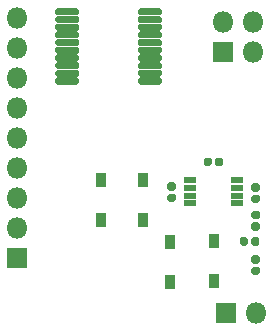
<source format=gbr>
%TF.GenerationSoftware,KiCad,Pcbnew,(5.1.6)-1*%
%TF.CreationDate,2020-09-22T22:17:54+03:00*%
%TF.ProjectId,Tape devboard,54617065-2064-4657-9662-6f6172642e6b,rev?*%
%TF.SameCoordinates,Original*%
%TF.FileFunction,Soldermask,Top*%
%TF.FilePolarity,Negative*%
%FSLAX46Y46*%
G04 Gerber Fmt 4.6, Leading zero omitted, Abs format (unit mm)*
G04 Created by KiCad (PCBNEW (5.1.6)-1) date 2020-09-22 22:17:54*
%MOMM*%
%LPD*%
G01*
G04 APERTURE LIST*
%ADD10O,1.800000X1.800000*%
%ADD11R,1.800000X1.800000*%
%ADD12R,1.050000X0.550000*%
%ADD13R,0.850000X1.300000*%
G04 APERTURE END LIST*
%TO.C,U10*%
G36*
G01*
X131151000Y-72409000D02*
X131151000Y-72109000D01*
G75*
G02*
X131301000Y-71959000I150000J0D01*
G01*
X133001000Y-71959000D01*
G75*
G02*
X133151000Y-72109000I0J-150000D01*
G01*
X133151000Y-72409000D01*
G75*
G02*
X133001000Y-72559000I-150000J0D01*
G01*
X131301000Y-72559000D01*
G75*
G02*
X131151000Y-72409000I0J150000D01*
G01*
G37*
G36*
G01*
X131151000Y-73059000D02*
X131151000Y-72759000D01*
G75*
G02*
X131301000Y-72609000I150000J0D01*
G01*
X133001000Y-72609000D01*
G75*
G02*
X133151000Y-72759000I0J-150000D01*
G01*
X133151000Y-73059000D01*
G75*
G02*
X133001000Y-73209000I-150000J0D01*
G01*
X131301000Y-73209000D01*
G75*
G02*
X131151000Y-73059000I0J150000D01*
G01*
G37*
G36*
G01*
X131151000Y-73709000D02*
X131151000Y-73409000D01*
G75*
G02*
X131301000Y-73259000I150000J0D01*
G01*
X133001000Y-73259000D01*
G75*
G02*
X133151000Y-73409000I0J-150000D01*
G01*
X133151000Y-73709000D01*
G75*
G02*
X133001000Y-73859000I-150000J0D01*
G01*
X131301000Y-73859000D01*
G75*
G02*
X131151000Y-73709000I0J150000D01*
G01*
G37*
G36*
G01*
X131151000Y-74359000D02*
X131151000Y-74059000D01*
G75*
G02*
X131301000Y-73909000I150000J0D01*
G01*
X133001000Y-73909000D01*
G75*
G02*
X133151000Y-74059000I0J-150000D01*
G01*
X133151000Y-74359000D01*
G75*
G02*
X133001000Y-74509000I-150000J0D01*
G01*
X131301000Y-74509000D01*
G75*
G02*
X131151000Y-74359000I0J150000D01*
G01*
G37*
G36*
G01*
X131151000Y-75009000D02*
X131151000Y-74709000D01*
G75*
G02*
X131301000Y-74559000I150000J0D01*
G01*
X133001000Y-74559000D01*
G75*
G02*
X133151000Y-74709000I0J-150000D01*
G01*
X133151000Y-75009000D01*
G75*
G02*
X133001000Y-75159000I-150000J0D01*
G01*
X131301000Y-75159000D01*
G75*
G02*
X131151000Y-75009000I0J150000D01*
G01*
G37*
G36*
G01*
X131151000Y-75659000D02*
X131151000Y-75359000D01*
G75*
G02*
X131301000Y-75209000I150000J0D01*
G01*
X133001000Y-75209000D01*
G75*
G02*
X133151000Y-75359000I0J-150000D01*
G01*
X133151000Y-75659000D01*
G75*
G02*
X133001000Y-75809000I-150000J0D01*
G01*
X131301000Y-75809000D01*
G75*
G02*
X131151000Y-75659000I0J150000D01*
G01*
G37*
G36*
G01*
X131151000Y-76309000D02*
X131151000Y-76009000D01*
G75*
G02*
X131301000Y-75859000I150000J0D01*
G01*
X133001000Y-75859000D01*
G75*
G02*
X133151000Y-76009000I0J-150000D01*
G01*
X133151000Y-76309000D01*
G75*
G02*
X133001000Y-76459000I-150000J0D01*
G01*
X131301000Y-76459000D01*
G75*
G02*
X131151000Y-76309000I0J150000D01*
G01*
G37*
G36*
G01*
X131151000Y-76959000D02*
X131151000Y-76659000D01*
G75*
G02*
X131301000Y-76509000I150000J0D01*
G01*
X133001000Y-76509000D01*
G75*
G02*
X133151000Y-76659000I0J-150000D01*
G01*
X133151000Y-76959000D01*
G75*
G02*
X133001000Y-77109000I-150000J0D01*
G01*
X131301000Y-77109000D01*
G75*
G02*
X131151000Y-76959000I0J150000D01*
G01*
G37*
G36*
G01*
X131151000Y-77609000D02*
X131151000Y-77309000D01*
G75*
G02*
X131301000Y-77159000I150000J0D01*
G01*
X133001000Y-77159000D01*
G75*
G02*
X133151000Y-77309000I0J-150000D01*
G01*
X133151000Y-77609000D01*
G75*
G02*
X133001000Y-77759000I-150000J0D01*
G01*
X131301000Y-77759000D01*
G75*
G02*
X131151000Y-77609000I0J150000D01*
G01*
G37*
G36*
G01*
X131151000Y-78259000D02*
X131151000Y-77959000D01*
G75*
G02*
X131301000Y-77809000I150000J0D01*
G01*
X133001000Y-77809000D01*
G75*
G02*
X133151000Y-77959000I0J-150000D01*
G01*
X133151000Y-78259000D01*
G75*
G02*
X133001000Y-78409000I-150000J0D01*
G01*
X131301000Y-78409000D01*
G75*
G02*
X131151000Y-78259000I0J150000D01*
G01*
G37*
G36*
G01*
X124151000Y-78259000D02*
X124151000Y-77959000D01*
G75*
G02*
X124301000Y-77809000I150000J0D01*
G01*
X126001000Y-77809000D01*
G75*
G02*
X126151000Y-77959000I0J-150000D01*
G01*
X126151000Y-78259000D01*
G75*
G02*
X126001000Y-78409000I-150000J0D01*
G01*
X124301000Y-78409000D01*
G75*
G02*
X124151000Y-78259000I0J150000D01*
G01*
G37*
G36*
G01*
X124151000Y-77609000D02*
X124151000Y-77309000D01*
G75*
G02*
X124301000Y-77159000I150000J0D01*
G01*
X126001000Y-77159000D01*
G75*
G02*
X126151000Y-77309000I0J-150000D01*
G01*
X126151000Y-77609000D01*
G75*
G02*
X126001000Y-77759000I-150000J0D01*
G01*
X124301000Y-77759000D01*
G75*
G02*
X124151000Y-77609000I0J150000D01*
G01*
G37*
G36*
G01*
X124151000Y-76959000D02*
X124151000Y-76659000D01*
G75*
G02*
X124301000Y-76509000I150000J0D01*
G01*
X126001000Y-76509000D01*
G75*
G02*
X126151000Y-76659000I0J-150000D01*
G01*
X126151000Y-76959000D01*
G75*
G02*
X126001000Y-77109000I-150000J0D01*
G01*
X124301000Y-77109000D01*
G75*
G02*
X124151000Y-76959000I0J150000D01*
G01*
G37*
G36*
G01*
X124151000Y-76309000D02*
X124151000Y-76009000D01*
G75*
G02*
X124301000Y-75859000I150000J0D01*
G01*
X126001000Y-75859000D01*
G75*
G02*
X126151000Y-76009000I0J-150000D01*
G01*
X126151000Y-76309000D01*
G75*
G02*
X126001000Y-76459000I-150000J0D01*
G01*
X124301000Y-76459000D01*
G75*
G02*
X124151000Y-76309000I0J150000D01*
G01*
G37*
G36*
G01*
X124151000Y-75659000D02*
X124151000Y-75359000D01*
G75*
G02*
X124301000Y-75209000I150000J0D01*
G01*
X126001000Y-75209000D01*
G75*
G02*
X126151000Y-75359000I0J-150000D01*
G01*
X126151000Y-75659000D01*
G75*
G02*
X126001000Y-75809000I-150000J0D01*
G01*
X124301000Y-75809000D01*
G75*
G02*
X124151000Y-75659000I0J150000D01*
G01*
G37*
G36*
G01*
X124151000Y-75009000D02*
X124151000Y-74709000D01*
G75*
G02*
X124301000Y-74559000I150000J0D01*
G01*
X126001000Y-74559000D01*
G75*
G02*
X126151000Y-74709000I0J-150000D01*
G01*
X126151000Y-75009000D01*
G75*
G02*
X126001000Y-75159000I-150000J0D01*
G01*
X124301000Y-75159000D01*
G75*
G02*
X124151000Y-75009000I0J150000D01*
G01*
G37*
G36*
G01*
X124151000Y-74359000D02*
X124151000Y-74059000D01*
G75*
G02*
X124301000Y-73909000I150000J0D01*
G01*
X126001000Y-73909000D01*
G75*
G02*
X126151000Y-74059000I0J-150000D01*
G01*
X126151000Y-74359000D01*
G75*
G02*
X126001000Y-74509000I-150000J0D01*
G01*
X124301000Y-74509000D01*
G75*
G02*
X124151000Y-74359000I0J150000D01*
G01*
G37*
G36*
G01*
X124151000Y-73709000D02*
X124151000Y-73409000D01*
G75*
G02*
X124301000Y-73259000I150000J0D01*
G01*
X126001000Y-73259000D01*
G75*
G02*
X126151000Y-73409000I0J-150000D01*
G01*
X126151000Y-73709000D01*
G75*
G02*
X126001000Y-73859000I-150000J0D01*
G01*
X124301000Y-73859000D01*
G75*
G02*
X124151000Y-73709000I0J150000D01*
G01*
G37*
G36*
G01*
X124151000Y-73059000D02*
X124151000Y-72759000D01*
G75*
G02*
X124301000Y-72609000I150000J0D01*
G01*
X126001000Y-72609000D01*
G75*
G02*
X126151000Y-72759000I0J-150000D01*
G01*
X126151000Y-73059000D01*
G75*
G02*
X126001000Y-73209000I-150000J0D01*
G01*
X124301000Y-73209000D01*
G75*
G02*
X124151000Y-73059000I0J150000D01*
G01*
G37*
G36*
G01*
X124151000Y-72409000D02*
X124151000Y-72109000D01*
G75*
G02*
X124301000Y-71959000I150000J0D01*
G01*
X126001000Y-71959000D01*
G75*
G02*
X126151000Y-72109000I0J-150000D01*
G01*
X126151000Y-72409000D01*
G75*
G02*
X126001000Y-72559000I-150000J0D01*
G01*
X124301000Y-72559000D01*
G75*
G02*
X124151000Y-72409000I0J150000D01*
G01*
G37*
%TD*%
%TO.C,R35*%
G36*
G01*
X140899500Y-90079000D02*
X141294500Y-90079000D01*
G75*
G02*
X141467000Y-90251500I0J-172500D01*
G01*
X141467000Y-90596500D01*
G75*
G02*
X141294500Y-90769000I-172500J0D01*
G01*
X140899500Y-90769000D01*
G75*
G02*
X140727000Y-90596500I0J172500D01*
G01*
X140727000Y-90251500D01*
G75*
G02*
X140899500Y-90079000I172500J0D01*
G01*
G37*
G36*
G01*
X140899500Y-89109000D02*
X141294500Y-89109000D01*
G75*
G02*
X141467000Y-89281500I0J-172500D01*
G01*
X141467000Y-89626500D01*
G75*
G02*
X141294500Y-89799000I-172500J0D01*
G01*
X140899500Y-89799000D01*
G75*
G02*
X140727000Y-89626500I0J172500D01*
G01*
X140727000Y-89281500D01*
G75*
G02*
X140899500Y-89109000I172500J0D01*
G01*
G37*
%TD*%
%TO.C,R34*%
G36*
G01*
X137658000Y-85160500D02*
X137658000Y-84765500D01*
G75*
G02*
X137830500Y-84593000I172500J0D01*
G01*
X138175500Y-84593000D01*
G75*
G02*
X138348000Y-84765500I0J-172500D01*
G01*
X138348000Y-85160500D01*
G75*
G02*
X138175500Y-85333000I-172500J0D01*
G01*
X137830500Y-85333000D01*
G75*
G02*
X137658000Y-85160500I0J172500D01*
G01*
G37*
G36*
G01*
X136688000Y-85160500D02*
X136688000Y-84765500D01*
G75*
G02*
X136860500Y-84593000I172500J0D01*
G01*
X137205500Y-84593000D01*
G75*
G02*
X137378000Y-84765500I0J-172500D01*
G01*
X137378000Y-85160500D01*
G75*
G02*
X137205500Y-85333000I-172500J0D01*
G01*
X136860500Y-85333000D01*
G75*
G02*
X136688000Y-85160500I0J172500D01*
G01*
G37*
%TD*%
D10*
%TO.C,J3*%
X140843000Y-73152000D03*
X140843000Y-75692000D03*
X138303000Y-73152000D03*
D11*
X138303000Y-75692000D03*
%TD*%
D10*
%TO.C,J2*%
X120904000Y-72771000D03*
X120904000Y-75311000D03*
X120904000Y-77851000D03*
X120904000Y-80391000D03*
X120904000Y-82931000D03*
X120904000Y-85471000D03*
X120904000Y-88011000D03*
X120904000Y-90551000D03*
D11*
X120904000Y-93091000D03*
%TD*%
D10*
%TO.C,J1*%
X141097000Y-97790000D03*
D11*
X138557000Y-97790000D03*
%TD*%
D12*
%TO.C,IC13*%
X135566000Y-88478000D03*
X135566000Y-87828000D03*
X135566000Y-87178000D03*
X135566000Y-86528000D03*
X139516000Y-86528000D03*
X139516000Y-87178000D03*
X139516000Y-87828000D03*
X139516000Y-88478000D03*
%TD*%
D13*
%TO.C,D4*%
X128016000Y-89916000D03*
X128016000Y-86516000D03*
%TD*%
%TO.C,D3*%
X137541000Y-95045000D03*
X137541000Y-91645000D03*
%TD*%
%TO.C,D2*%
X131572000Y-86487000D03*
X131572000Y-89887000D03*
%TD*%
%TO.C,D1*%
X133858000Y-91723000D03*
X133858000Y-95123000D03*
%TD*%
%TO.C,C71*%
G36*
G01*
X133787500Y-87666000D02*
X134182500Y-87666000D01*
G75*
G02*
X134355000Y-87838500I0J-172500D01*
G01*
X134355000Y-88183500D01*
G75*
G02*
X134182500Y-88356000I-172500J0D01*
G01*
X133787500Y-88356000D01*
G75*
G02*
X133615000Y-88183500I0J172500D01*
G01*
X133615000Y-87838500D01*
G75*
G02*
X133787500Y-87666000I172500J0D01*
G01*
G37*
G36*
G01*
X133787500Y-86696000D02*
X134182500Y-86696000D01*
G75*
G02*
X134355000Y-86868500I0J-172500D01*
G01*
X134355000Y-87213500D01*
G75*
G02*
X134182500Y-87386000I-172500J0D01*
G01*
X133787500Y-87386000D01*
G75*
G02*
X133615000Y-87213500I0J172500D01*
G01*
X133615000Y-86868500D01*
G75*
G02*
X133787500Y-86696000I172500J0D01*
G01*
G37*
%TD*%
%TO.C,C70*%
G36*
G01*
X141294500Y-87467000D02*
X140899500Y-87467000D01*
G75*
G02*
X140727000Y-87294500I0J172500D01*
G01*
X140727000Y-86949500D01*
G75*
G02*
X140899500Y-86777000I172500J0D01*
G01*
X141294500Y-86777000D01*
G75*
G02*
X141467000Y-86949500I0J-172500D01*
G01*
X141467000Y-87294500D01*
G75*
G02*
X141294500Y-87467000I-172500J0D01*
G01*
G37*
G36*
G01*
X141294500Y-88437000D02*
X140899500Y-88437000D01*
G75*
G02*
X140727000Y-88264500I0J172500D01*
G01*
X140727000Y-87919500D01*
G75*
G02*
X140899500Y-87747000I172500J0D01*
G01*
X141294500Y-87747000D01*
G75*
G02*
X141467000Y-87919500I0J-172500D01*
G01*
X141467000Y-88264500D01*
G75*
G02*
X141294500Y-88437000I-172500J0D01*
G01*
G37*
%TD*%
%TO.C,C69*%
G36*
G01*
X140899500Y-93843000D02*
X141294500Y-93843000D01*
G75*
G02*
X141467000Y-94015500I0J-172500D01*
G01*
X141467000Y-94360500D01*
G75*
G02*
X141294500Y-94533000I-172500J0D01*
G01*
X140899500Y-94533000D01*
G75*
G02*
X140727000Y-94360500I0J172500D01*
G01*
X140727000Y-94015500D01*
G75*
G02*
X140899500Y-93843000I172500J0D01*
G01*
G37*
G36*
G01*
X140899500Y-92873000D02*
X141294500Y-92873000D01*
G75*
G02*
X141467000Y-93045500I0J-172500D01*
G01*
X141467000Y-93390500D01*
G75*
G02*
X141294500Y-93563000I-172500J0D01*
G01*
X140899500Y-93563000D01*
G75*
G02*
X140727000Y-93390500I0J172500D01*
G01*
X140727000Y-93045500D01*
G75*
G02*
X140899500Y-92873000I172500J0D01*
G01*
G37*
%TD*%
%TO.C,C68*%
G36*
G01*
X140729000Y-91891500D02*
X140729000Y-91496500D01*
G75*
G02*
X140901500Y-91324000I172500J0D01*
G01*
X141246500Y-91324000D01*
G75*
G02*
X141419000Y-91496500I0J-172500D01*
G01*
X141419000Y-91891500D01*
G75*
G02*
X141246500Y-92064000I-172500J0D01*
G01*
X140901500Y-92064000D01*
G75*
G02*
X140729000Y-91891500I0J172500D01*
G01*
G37*
G36*
G01*
X139759000Y-91891500D02*
X139759000Y-91496500D01*
G75*
G02*
X139931500Y-91324000I172500J0D01*
G01*
X140276500Y-91324000D01*
G75*
G02*
X140449000Y-91496500I0J-172500D01*
G01*
X140449000Y-91891500D01*
G75*
G02*
X140276500Y-92064000I-172500J0D01*
G01*
X139931500Y-92064000D01*
G75*
G02*
X139759000Y-91891500I0J172500D01*
G01*
G37*
%TD*%
M02*

</source>
